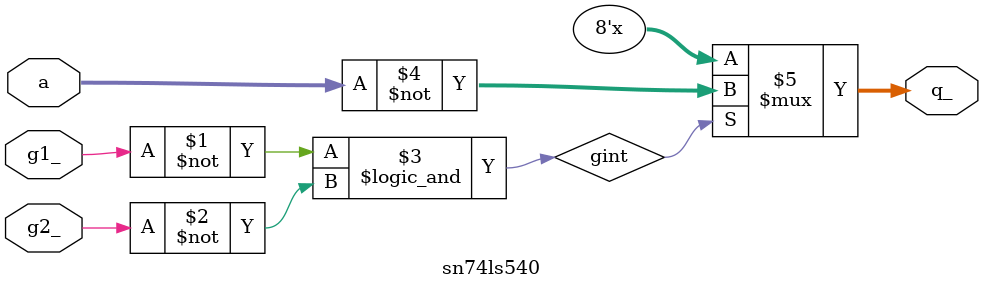
<source format=v>
module sn74ls540(q_, a, g1_, g2_);
input [7:0] a;
input g1_, g2_;
output [7:0] q_;
wire gint;

parameter
	// TI TTL data book Vol 1, 1985
	tPLH_min=0, tPLH_typ=9,           tPLH_max=15,
	tPHL_min=0, tPHL_typ=9,           tPHL_max=15,
	tPZH_min=0, tPZH_typ=15-tPLH_typ, tPZH_max=25-tPLH_max,
	tPZL_min=0, tPZL_typ=25-tPHL_typ, tPZL_max=38-tPHL_max;
// does not respect tPHZ, tPLZ !

	assign #(tPZH_min : tPZH_typ : tPZH_max,
		   tPZL_min : tPZL_typ : tPZL_max)
		gint = g1_==0 && g2_==0;

	assign #(tPLH_min : tPLH_typ : tPLH_max,
  		     tPHL_min : tPHL_typ : tPHL_max)
		q_ = gint ? ~a : 8'bzzzzzzzz;

endmodule

</source>
